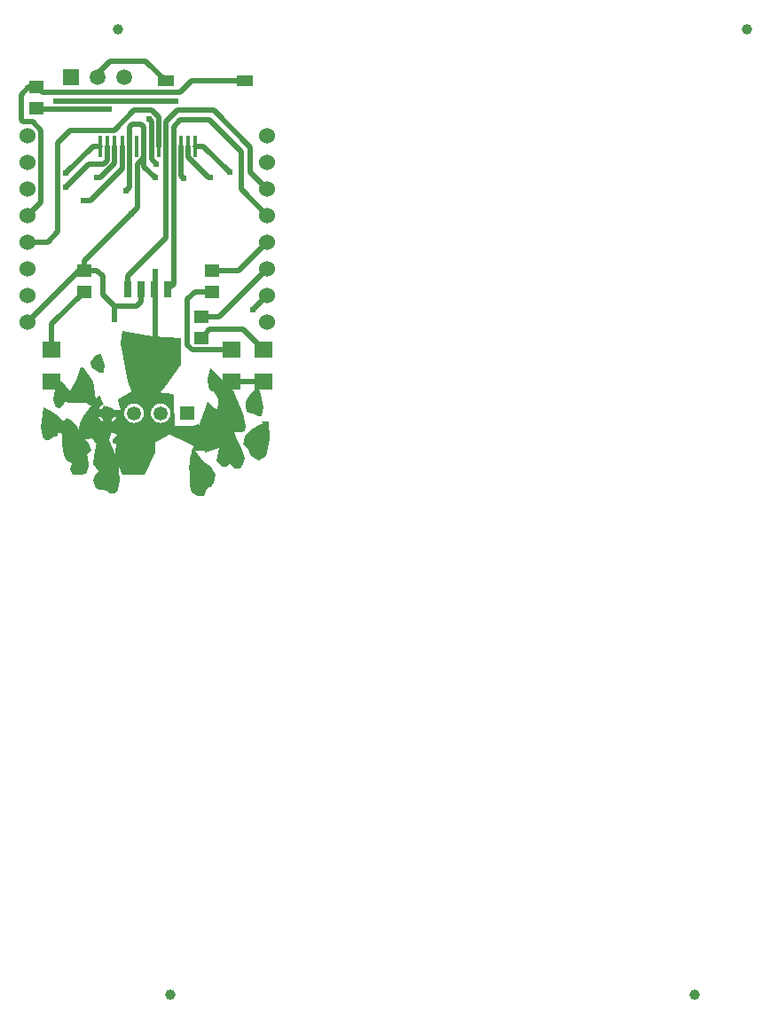
<source format=gtl>
G04 Layer: TopLayer*
G04 EasyEDA v6.3.22, 2020-01-19T16:38:24+00:00*
G04 a2d37a9207c24dc198fa5f1151cfaccd,4b468aaabfa54ef3be77053c06c4e1f4,10*
G04 Gerber Generator version 0.2*
G04 Scale: 100 percent, Rotated: No, Reflected: No *
G04 Dimensions in inches *
G04 leading zeros omitted , absolute positions ,2 integer and 4 decimal *
%FSLAX24Y24*%
%MOIN*%
G90*
G70D02*

%ADD11C,0.019685*%
%ADD12C,0.024000*%
%ADD13R,0.059055X0.039370*%
%ADD14R,0.027559X0.062992*%
%ADD15R,0.013780X0.078740*%
%ADD16R,0.057870X0.045670*%
%ADD17R,0.070866X0.059055*%
%ADD18C,0.039370*%
%ADD20C,0.053100*%
%ADD21R,0.059000X0.059000*%
%ADD22C,0.059000*%
%ADD23C,0.060000*%

%LPD*%
G36*
G01X4592Y26913D02*
G01X4586Y26914D01*
G01X4579Y26913D01*
G01X4573Y26911D01*
G01X4566Y26908D01*
G01X3936Y26538D01*
G01X3931Y26534D01*
G01X3927Y26530D01*
G01X3923Y26525D01*
G01X3920Y26520D01*
G01X3918Y26515D01*
G01X3916Y26503D01*
G01X3917Y26497D01*
G01X3918Y26492D01*
G01X4027Y26128D01*
G01X3830Y26128D01*
G01X3686Y26176D01*
G01X3677Y26178D01*
G01X3669Y26182D01*
G01X3594Y26207D01*
G01X3476Y26285D01*
G01X3443Y26307D01*
G01X3438Y26310D01*
G01X3432Y26312D01*
G01X3427Y26314D01*
G01X3415Y26314D01*
G01X3409Y26312D01*
G01X3399Y26308D01*
G01X3394Y26304D01*
G01X3390Y26300D01*
G01X3387Y26296D01*
G01X3384Y26291D01*
G01X3382Y26285D01*
G01X3381Y26280D01*
G01X3381Y26178D01*
G01X3208Y26178D01*
G01X3216Y26195D01*
G01X3225Y26211D01*
G01X3236Y26227D01*
G01X3246Y26242D01*
G01X3270Y26270D01*
G01X3284Y26284D01*
G01X3297Y26296D01*
G01X3332Y26324D01*
G01X3336Y26328D01*
G01X3342Y26340D01*
G01X3344Y26352D01*
G01X3343Y26359D01*
G01X3339Y26371D01*
G01X3335Y26377D01*
G01X3331Y26381D01*
G01X3326Y26385D01*
G01X3265Y26426D01*
G01X3260Y26429D01*
G01X3255Y26431D01*
G01X3249Y26432D01*
G01X3237Y26432D01*
G01X3232Y26431D01*
G01X3226Y26429D01*
G01X3221Y26426D01*
G01X3216Y26422D01*
G01X2872Y26112D01*
G01X2867Y26107D01*
G01X2864Y26102D01*
G01X2861Y26095D01*
G01X2859Y26089D01*
G01X2859Y26076D01*
G01X2860Y26070D01*
G01X2866Y26060D01*
G01X3274Y25466D01*
G01X3277Y25462D01*
G01X3282Y25457D01*
G01X3287Y25454D01*
G01X3624Y25267D01*
G01X3630Y25264D01*
G01X3637Y25262D01*
G01X3988Y25262D01*
G01X4991Y24721D01*
G01X4997Y24719D01*
G01X5004Y24717D01*
G01X5017Y24717D01*
G01X5024Y24719D01*
G01X5031Y24722D01*
G01X6054Y25329D01*
G01X6059Y25332D01*
G01X6063Y25336D01*
G01X6067Y25341D01*
G01X6070Y25346D01*
G01X6072Y25351D01*
G01X6074Y25363D01*
G01X6074Y25364D01*
G01X6036Y26685D01*
G01X6034Y26697D01*
G01X6031Y26703D01*
G01X6028Y26708D01*
G01X6023Y26712D01*
G01X6019Y26716D01*
G01X6007Y26722D01*
G01X6001Y26723D01*
G01X4592Y26913D01*
G37*

%LPC*%
G36*
G01X5556Y26386D02*
G01X5538Y26387D01*
G01X5504Y26385D01*
G01X5486Y26383D01*
G01X5452Y26377D01*
G01X5435Y26372D01*
G01X5419Y26367D01*
G01X5402Y26361D01*
G01X5386Y26354D01*
G01X5370Y26346D01*
G01X5355Y26338D01*
G01X5340Y26329D01*
G01X5326Y26319D01*
G01X5298Y26297D01*
G01X5286Y26286D01*
G01X5273Y26273D01*
G01X5261Y26260D01*
G01X5250Y26247D01*
G01X5230Y26219D01*
G01X5221Y26204D01*
G01X5213Y26188D01*
G01X5205Y26173D01*
G01X5198Y26157D01*
G01X5192Y26140D01*
G01X5187Y26124D01*
G01X5182Y26107D01*
G01X5176Y26073D01*
G01X5174Y26055D01*
G01X5172Y26038D01*
G01X5172Y26003D01*
G01X5174Y25986D01*
G01X5176Y25968D01*
G01X5182Y25934D01*
G01X5187Y25917D01*
G01X5192Y25901D01*
G01X5198Y25884D01*
G01X5205Y25868D01*
G01X5213Y25852D01*
G01X5221Y25837D01*
G01X5230Y25822D01*
G01X5250Y25794D01*
G01X5261Y25780D01*
G01X5273Y25767D01*
G01X5286Y25755D01*
G01X5298Y25743D01*
G01X5312Y25732D01*
G01X5340Y25712D01*
G01X5355Y25703D01*
G01X5370Y25695D01*
G01X5386Y25687D01*
G01X5402Y25680D01*
G01X5419Y25674D01*
G01X5435Y25669D01*
G01X5452Y25664D01*
G01X5486Y25658D01*
G01X5504Y25656D01*
G01X5521Y25654D01*
G01X5556Y25654D01*
G01X5573Y25656D01*
G01X5591Y25658D01*
G01X5625Y25664D01*
G01X5642Y25669D01*
G01X5658Y25674D01*
G01X5675Y25680D01*
G01X5691Y25687D01*
G01X5706Y25695D01*
G01X5722Y25703D01*
G01X5737Y25712D01*
G01X5765Y25732D01*
G01X5778Y25743D01*
G01X5804Y25767D01*
G01X5815Y25780D01*
G01X5827Y25794D01*
G01X5847Y25822D01*
G01X5856Y25837D01*
G01X5864Y25852D01*
G01X5872Y25868D01*
G01X5879Y25884D01*
G01X5885Y25901D01*
G01X5890Y25917D01*
G01X5895Y25934D01*
G01X5901Y25968D01*
G01X5903Y25986D01*
G01X5905Y26003D01*
G01X5905Y26038D01*
G01X5903Y26055D01*
G01X5901Y26073D01*
G01X5895Y26107D01*
G01X5890Y26124D01*
G01X5885Y26140D01*
G01X5879Y26157D01*
G01X5872Y26173D01*
G01X5864Y26188D01*
G01X5856Y26204D01*
G01X5847Y26219D01*
G01X5827Y26247D01*
G01X5815Y26260D01*
G01X5804Y26273D01*
G01X5791Y26286D01*
G01X5765Y26308D01*
G01X5751Y26319D01*
G01X5737Y26329D01*
G01X5722Y26338D01*
G01X5706Y26346D01*
G01X5691Y26354D01*
G01X5675Y26361D01*
G01X5658Y26367D01*
G01X5642Y26372D01*
G01X5625Y26377D01*
G01X5591Y26383D01*
G01X5573Y26385D01*
G01X5556Y26386D01*
G37*
G36*
G01X4556Y26386D02*
G01X4538Y26387D01*
G01X4504Y26385D01*
G01X4486Y26383D01*
G01X4452Y26377D01*
G01X4435Y26372D01*
G01X4419Y26367D01*
G01X4402Y26361D01*
G01X4386Y26354D01*
G01X4370Y26346D01*
G01X4355Y26338D01*
G01X4340Y26329D01*
G01X4326Y26319D01*
G01X4298Y26297D01*
G01X4286Y26286D01*
G01X4273Y26273D01*
G01X4261Y26260D01*
G01X4250Y26247D01*
G01X4230Y26219D01*
G01X4221Y26204D01*
G01X4213Y26188D01*
G01X4205Y26173D01*
G01X4198Y26157D01*
G01X4192Y26140D01*
G01X4187Y26124D01*
G01X4182Y26107D01*
G01X4176Y26073D01*
G01X4174Y26055D01*
G01X4172Y26038D01*
G01X4172Y26003D01*
G01X4174Y25986D01*
G01X4176Y25968D01*
G01X4182Y25934D01*
G01X4187Y25917D01*
G01X4192Y25901D01*
G01X4198Y25884D01*
G01X4205Y25868D01*
G01X4213Y25852D01*
G01X4221Y25837D01*
G01X4230Y25822D01*
G01X4250Y25794D01*
G01X4261Y25780D01*
G01X4273Y25767D01*
G01X4286Y25755D01*
G01X4298Y25743D01*
G01X4312Y25732D01*
G01X4340Y25712D01*
G01X4355Y25703D01*
G01X4370Y25695D01*
G01X4386Y25687D01*
G01X4402Y25680D01*
G01X4419Y25674D01*
G01X4435Y25669D01*
G01X4452Y25664D01*
G01X4486Y25658D01*
G01X4504Y25656D01*
G01X4521Y25654D01*
G01X4556Y25654D01*
G01X4573Y25656D01*
G01X4591Y25658D01*
G01X4625Y25664D01*
G01X4642Y25669D01*
G01X4658Y25674D01*
G01X4675Y25680D01*
G01X4691Y25687D01*
G01X4706Y25695D01*
G01X4722Y25703D01*
G01X4737Y25712D01*
G01X4765Y25732D01*
G01X4778Y25743D01*
G01X4804Y25767D01*
G01X4815Y25780D01*
G01X4827Y25794D01*
G01X4847Y25822D01*
G01X4856Y25837D01*
G01X4864Y25852D01*
G01X4872Y25868D01*
G01X4879Y25884D01*
G01X4885Y25901D01*
G01X4890Y25917D01*
G01X4895Y25934D01*
G01X4901Y25968D01*
G01X4903Y25986D01*
G01X4905Y26003D01*
G01X4905Y26038D01*
G01X4903Y26055D01*
G01X4901Y26073D01*
G01X4895Y26107D01*
G01X4890Y26124D01*
G01X4885Y26140D01*
G01X4879Y26157D01*
G01X4872Y26173D01*
G01X4864Y26188D01*
G01X4856Y26204D01*
G01X4847Y26219D01*
G01X4827Y26247D01*
G01X4815Y26260D01*
G01X4804Y26273D01*
G01X4791Y26286D01*
G01X4765Y26308D01*
G01X4751Y26319D01*
G01X4737Y26329D01*
G01X4722Y26338D01*
G01X4706Y26346D01*
G01X4691Y26354D01*
G01X4675Y26361D01*
G01X4658Y26367D01*
G01X4642Y26372D01*
G01X4625Y26377D01*
G01X4591Y26383D01*
G01X4573Y26385D01*
G01X4556Y26386D01*
G37*
G36*
G01X3869Y25863D02*
G01X3696Y25863D01*
G01X3696Y25690D01*
G01X3728Y25706D01*
G01X3743Y25716D01*
G01X3757Y25726D01*
G01X3771Y25737D01*
G01X3785Y25749D01*
G01X3798Y25761D01*
G01X3810Y25774D01*
G01X3822Y25788D01*
G01X3833Y25802D01*
G01X3843Y25816D01*
G01X3852Y25831D01*
G01X3861Y25847D01*
G01X3869Y25863D01*
G37*
G36*
G01X3381Y25863D02*
G01X3208Y25863D01*
G01X3216Y25847D01*
G01X3225Y25831D01*
G01X3234Y25816D01*
G01X3244Y25802D01*
G01X3255Y25788D01*
G01X3267Y25774D01*
G01X3279Y25761D01*
G01X3292Y25749D01*
G01X3306Y25737D01*
G01X3320Y25726D01*
G01X3334Y25716D01*
G01X3349Y25706D01*
G01X3381Y25690D01*
G01X3381Y25863D01*
G37*

%LPD*%
G54D11*
G01X3261Y36054D02*
G01X3008Y36054D01*
G01X1980Y35025D01*
G01X3536Y36054D02*
G01X3536Y35519D01*
G01X3397Y35380D01*
G01X2846Y35380D01*
G01X1980Y34514D01*
G01X880Y38270D02*
G01X579Y38270D01*
G01X287Y37978D01*
G01X287Y37033D01*
G01X366Y36955D01*
G01X720Y36955D01*
G01X1035Y36640D01*
G01X1035Y33947D01*
G01X539Y33451D01*
G01X3812Y36054D02*
G01X3812Y35401D01*
G01X3279Y34868D01*
G01X3122Y34868D01*
G01X4088Y36054D02*
G01X4088Y35205D01*
G01X3122Y34238D01*
G01X2885Y34002D01*
G01X2649Y34002D01*
G01X4363Y36053D02*
G01X4363Y34496D01*
G01X4224Y34356D01*
G01X4915Y36054D02*
G01X4915Y35638D01*
G01X4657Y35380D01*
G01X4657Y33726D01*
G01X4421Y33490D01*
G01X4915Y36054D02*
G01X4915Y35280D01*
G01X5326Y34868D01*
G01X5803Y30659D02*
G01X6017Y30872D01*
G01X6017Y36054D01*
G01X4303Y30659D02*
G01X4303Y31168D01*
G01X5741Y32606D01*
G01X5741Y36054D01*
G01X6844Y36054D02*
G01X7133Y36054D01*
G01X8122Y35065D01*
G01X6568Y36053D02*
G01X6568Y35634D01*
G01X7059Y35144D01*
G01X7334Y34868D01*
G01X7413Y34868D01*
G01X6292Y36054D02*
G01X6292Y34926D01*
G01X6389Y34829D01*
G01X4363Y36053D02*
G01X4363Y36779D01*
G01X4460Y36876D01*
G01X4814Y36876D01*
G01X4915Y36776D01*
G01X4915Y36054D01*
G01X3151Y38622D02*
G01X3151Y38755D01*
G01X3633Y39238D01*
G01X4978Y39238D01*
G01X5723Y38494D01*
G01X8715Y38494D02*
G01X6708Y38494D01*
G01X6271Y38057D01*
G01X1093Y38057D01*
G01X880Y38270D01*
G01X6114Y37742D02*
G01X1586Y37742D01*
G01X5741Y36054D02*
G01X5741Y36976D01*
G01X6153Y37388D01*
G01X7531Y37388D01*
G01X8909Y36010D01*
G01X8909Y35081D01*
G01X9539Y34451D01*
G01X9539Y33451D02*
G01X8555Y34435D01*
G01X8555Y35852D01*
G01X7373Y37033D01*
G01X6271Y37033D01*
G01X6017Y36779D01*
G01X6017Y36054D01*
G01X5190Y36053D02*
G01X5190Y36973D01*
G01X5090Y37073D01*
G01X5303Y30659D02*
G01X5326Y30636D01*
G01X5326Y28648D01*
G01X2652Y31380D02*
G01X3145Y31380D01*
G01X3358Y31167D01*
G01X3358Y30459D01*
G01X3791Y30025D01*
G01X4618Y30025D01*
G01X4803Y30211D01*
G01X4803Y30659D01*
G01X2652Y30580D02*
G01X1438Y29367D01*
G01X1438Y28391D01*
G01X539Y29451D02*
G01X2468Y31380D01*
G01X2652Y31380D01*
G01X3791Y30025D02*
G01X3791Y29553D01*
G01X4421Y33490D02*
G01X2652Y31721D01*
G01X2652Y31380D01*
G01X9539Y32451D02*
G01X8468Y31380D01*
G01X7455Y31380D01*
G01X7061Y29648D02*
G01X7736Y29648D01*
G01X9539Y31451D01*
G01X8188Y28391D02*
G01X6725Y28391D01*
G01X6547Y28569D01*
G01X6547Y30301D01*
G01X6826Y30580D01*
G01X7455Y30580D01*
G01X7061Y28848D02*
G01X7373Y29159D01*
G01X8620Y29159D01*
G01X9388Y28391D01*
G01X9539Y30451D02*
G01X8995Y29907D01*
G01X8988Y29907D01*
G01X9381Y27191D02*
G01X9388Y27209D01*
G01X9388Y27210D02*
G01X8188Y27210D01*
G01X5190Y36053D02*
G01X5190Y35556D01*
G01X5366Y35380D01*
G01X5326Y31324D02*
G01X5326Y30681D01*
G01X5303Y30659D01*
G01X5466Y36053D02*
G01X5466Y37130D01*
G01X5208Y37388D01*
G01X4539Y37388D01*
G01X3791Y36640D01*
G01X2137Y36640D01*
G01X1665Y36167D01*
G01X1665Y32821D01*
G01X1295Y32451D01*
G01X539Y32451D01*
G01X880Y37470D02*
G01X923Y37427D01*
G01X3594Y37427D01*
G54D13*
G01X5723Y38494D03*
G01X8715Y38494D03*
G54D14*
G01X5803Y30659D03*
G01X5303Y30659D03*
G01X4803Y30659D03*
G01X4303Y30659D03*
G54D15*
G01X4915Y36054D03*
G01X5190Y36053D03*
G01X5466Y36053D03*
G01X4639Y36054D03*
G01X4363Y36053D03*
G01X5741Y36054D03*
G01X6017Y36054D03*
G01X4088Y36054D03*
G01X6292Y36054D03*
G01X3812Y36054D03*
G01X3536Y36054D03*
G01X6568Y36053D03*
G01X3261Y36054D03*
G01X6844Y36054D03*
G54D16*
G01X2652Y30580D03*
G01X2652Y31380D03*
G01X7455Y30580D03*
G01X7455Y31380D03*
G01X7061Y28848D03*
G01X7061Y29648D03*
G01X880Y37470D03*
G01X880Y38270D03*
G54D17*
G01X8188Y28391D03*
G01X8188Y27210D03*
G01X9388Y28391D03*
G01X9388Y27210D03*
G01X1438Y28391D03*
G01X1438Y27210D03*
G54D18*
G01X3937Y40435D03*
G01X27559Y40435D03*
G01X5905Y4184D03*
G01X25591Y4184D03*

%LPD*%
G36*
G01X3589Y25000D02*
G01X3289Y25250D01*
G01X3139Y24950D01*
G01X3039Y24400D01*
G01X2989Y24100D01*
G01X3189Y23850D01*
G01X3089Y23750D01*
G01X2989Y23500D01*
G01X3089Y23200D01*
G01X3239Y23150D01*
G01X3339Y23150D01*
G01X3539Y23100D01*
G01X3639Y23000D01*
G01X3789Y23000D01*
G01X3939Y23150D01*
G01X3989Y23500D01*
G01X3939Y24250D01*
G01X3589Y25000D01*
G37*

%LPD*%
G36*
G01X1389Y26100D02*
G01X1139Y26250D01*
G01X1089Y25950D01*
G01X1039Y25500D01*
G01X1089Y25150D01*
G01X1239Y25000D01*
G01X1339Y25000D01*
G01X1539Y25150D01*
G01X1639Y25150D01*
G01X1689Y25300D01*
G01X1839Y25250D01*
G01X1839Y24850D01*
G01X1889Y24450D01*
G01X1989Y24250D01*
G01X2189Y24150D01*
G01X2139Y23900D01*
G01X2239Y23700D01*
G01X2539Y23700D01*
G01X2739Y23750D01*
G01X2839Y24000D01*
G01X2789Y24400D01*
G01X2739Y24450D01*
G01X2939Y24650D01*
G01X2789Y24950D01*
G01X2589Y25100D01*
G01X2389Y25500D01*
G01X2189Y25750D01*
G01X1989Y25850D01*
G01X1889Y25700D01*
G01X1689Y25900D01*
G01X1389Y26100D01*
G37*

%LPD*%
G36*
G01X2639Y27750D02*
G01X2539Y27750D01*
G01X2389Y27350D01*
G01X2139Y26850D01*
G01X1839Y27200D01*
G01X1789Y27250D01*
G01X1589Y27050D01*
G01X1489Y26550D01*
G01X1589Y26250D01*
G01X1739Y26200D01*
G01X1889Y26350D01*
G01X1939Y26450D01*
G01X2139Y26400D01*
G01X2739Y26400D01*
G01X2989Y26250D01*
G01X3089Y26550D01*
G01X2989Y27200D01*
G01X2639Y27750D01*
G37*

%LPD*%
G36*
G01X3039Y26250D02*
G01X2939Y26300D01*
G01X2639Y25900D01*
G01X2489Y25650D01*
G01X2439Y25250D01*
G01X2589Y25050D01*
G01X2839Y25050D01*
G01X2939Y25100D01*
G01X3139Y24850D01*
G01X3239Y25100D01*
G01X3339Y25250D01*
G01X3589Y24950D01*
G01X3589Y25050D01*
G01X3639Y25100D01*
G01X3689Y25300D01*
G01X3239Y25750D01*
G01X3039Y26250D01*
G37*

%LPD*%
G36*
G01X3389Y26350D02*
G01X3239Y26700D01*
G01X2939Y26350D01*
G01X3039Y26050D01*
G01X3239Y26300D01*
G01X3389Y26350D01*
G37*

%LPD*%
G36*
G01X4239Y25200D02*
G01X4189Y25500D01*
G01X3739Y25350D01*
G01X3789Y25250D01*
G01X3939Y25200D01*
G01X3739Y25050D01*
G01X3739Y24900D01*
G01X3989Y24800D01*
G01X4239Y25200D01*
G37*

%LPD*%
G36*
G01X5289Y25350D02*
G01X3889Y25500D01*
G01X3939Y25200D01*
G01X3789Y24400D01*
G01X4089Y23700D01*
G01X4939Y23700D01*
G01X5339Y24550D01*
G01X5289Y25350D01*
G37*

%LPD*%
G36*
G01X7139Y24200D02*
G01X6739Y24750D01*
G01X6639Y24200D01*
G01X6589Y23900D01*
G01X7139Y23300D01*
G01X7439Y23250D01*
G01X7539Y23400D01*
G01X7589Y23700D01*
G01X7439Y24000D01*
G01X7139Y24200D01*
G37*

%LPD*%
G36*
G01X7089Y24650D02*
G01X7139Y25600D01*
G01X6689Y25550D01*
G01X5639Y25550D01*
G01X5839Y25250D01*
G01X7089Y24650D01*
G37*

%LPD*%
G36*
G01X7360Y23272D02*
G01X6639Y24400D01*
G01X6639Y23300D01*
G01X6689Y23050D01*
G01X6939Y22900D01*
G01X7089Y22900D01*
G01X7189Y22950D01*
G01X7239Y23150D01*
G01X7360Y23272D01*
G37*
G36*
G01X7389Y23300D02*
G01X7389Y23350D01*
G01X7360Y23272D01*
G01X7389Y23300D01*
G37*

%LPD*%
G36*
G01X9589Y25700D02*
G01X9339Y25700D01*
G01X9389Y25550D01*
G01X9589Y25600D01*
G01X9589Y25700D01*
G37*

%LPD*%
G36*
G01X9639Y25050D02*
G01X9589Y25700D01*
G01X9289Y25600D01*
G01X8939Y25400D01*
G01X8689Y25150D01*
G01X8639Y24850D01*
G01X8789Y24700D01*
G01X8939Y24400D01*
G01X9239Y24250D01*
G01X9489Y24400D01*
G01X9639Y25050D01*
G37*

%LPD*%
G36*
G01X8139Y25650D02*
G01X7739Y25650D01*
G01X7739Y24700D01*
G01X7639Y24250D01*
G01X7839Y24000D01*
G01X7989Y24000D01*
G01X8139Y24150D01*
G01X8339Y23950D01*
G01X8539Y23950D01*
G01X8639Y24100D01*
G01X8689Y24350D01*
G01X8589Y24650D01*
G01X8389Y25050D01*
G01X8289Y25300D01*
G01X8489Y25300D01*
G01X8589Y25500D01*
G01X8139Y25650D01*
G37*

%LPD*%
G36*
G01X7389Y25300D02*
G01X6939Y25600D01*
G01X6639Y25350D01*
G01X6789Y24600D01*
G01X7289Y24600D01*
G01X7389Y25300D01*
G37*

%LPD*%
G36*
G01X8339Y25550D02*
G01X7289Y26450D01*
G01X7239Y26250D01*
G01X6989Y25650D01*
G01X7189Y24550D01*
G01X7539Y24650D01*
G01X7789Y24750D01*
G01X7989Y25350D01*
G01X8339Y25550D01*
G37*

%LPD*%
G36*
G01X8339Y26700D02*
G01X7689Y26800D01*
G01X7689Y26300D01*
G01X7639Y26100D01*
G01X7989Y25550D01*
G01X8089Y25600D01*
G01X8189Y25450D01*
G01X8539Y25300D01*
G01X8689Y25350D01*
G01X8739Y25550D01*
G01X8639Y26000D01*
G01X8339Y26700D01*
G37*

%LPD*%
G36*
G01X9289Y26700D02*
G01X9189Y27050D01*
G01X8889Y26750D01*
G01X8739Y26450D01*
G01X8739Y26200D01*
G01X8789Y26050D01*
G01X8989Y26000D01*
G01X9189Y25900D01*
G01X9339Y25900D01*
G01X9389Y26250D01*
G01X9289Y26700D01*
G37*

%LPD*%
G36*
G01X7689Y27450D02*
G01X7389Y27700D01*
G01X7289Y27300D01*
G01X7339Y27000D01*
G01X7439Y26850D01*
G01X7539Y26850D01*
G01X7739Y26500D01*
G01X7839Y26650D01*
G01X8339Y26650D01*
G01X8289Y26850D01*
G01X7689Y27450D01*
G37*

%LPD*%
G36*
G01X3439Y27850D02*
G01X3289Y28250D01*
G01X3089Y28200D01*
G01X2889Y27950D01*
G01X2939Y27750D01*
G01X3239Y27550D01*
G01X3389Y27550D01*
G01X3439Y27850D01*
G37*

%LPD*%
G36*
G01X5239Y28900D02*
G01X4089Y29100D01*
G01X4039Y28650D01*
G01X4289Y27200D01*
G01X4542Y26604D01*
G01X4857Y26683D01*
G01X5368Y26643D01*
G01X5689Y27000D01*
G01X6289Y27850D01*
G01X6289Y28850D01*
G01X5239Y28900D01*
G37*
G36*
G01X6804Y26286D02*
G01X6273Y26286D01*
G01X6273Y25755D01*
G01X6804Y25755D01*
G01X6804Y26286D01*
G37*
G54D20*
G01X5538Y26020D03*
G01X4538Y26020D03*
G01X3538Y26020D03*
G54D21*
G01X2151Y38622D03*
G54D22*
G01X3151Y38622D03*
G01X4151Y38622D03*
G54D23*
G01X539Y29451D03*
G01X539Y30451D03*
G01X539Y31451D03*
G01X539Y32451D03*
G01X539Y33451D03*
G01X539Y34451D03*
G01X539Y35451D03*
G01X539Y36451D03*
G01X9539Y29451D03*
G01X9539Y30451D03*
G01X9539Y31451D03*
G01X9539Y32451D03*
G01X9539Y33451D03*
G01X9539Y34451D03*
G01X9539Y35451D03*
G01X9539Y36451D03*
G54D12*
G01X1980Y35026D03*
G01X1980Y34514D03*
G01X3121Y34868D03*
G01X2649Y34002D03*
G01X4224Y34356D03*
G01X4421Y33490D03*
G01X5326Y34868D03*
G01X8121Y35065D03*
G01X7413Y34868D03*
G01X6389Y34829D03*
G01X4657Y36876D03*
G01X6114Y37742D03*
G01X1586Y37742D03*
G01X5090Y37073D03*
G01X3791Y29553D03*
G01X8988Y29907D03*
G01X9381Y27191D03*
G01X5366Y35380D03*
G01X5326Y31325D03*
G01X877Y37466D03*
G01X3594Y37427D03*
M00*
M02*

</source>
